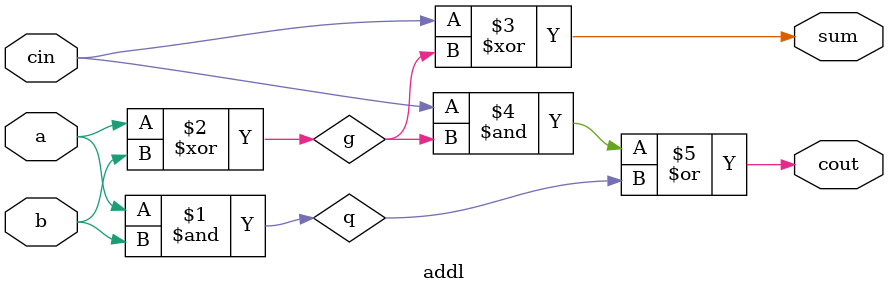
<source format=v>
module addl(a,b,cin,sum,cout);
	input a,b,cin;
	output sum,cout;

	wire q = a & b;
	wire g = a ^ b;

	assign sum = cin ^ g;
	assign cout = cin & g | q;
endmodule

</source>
